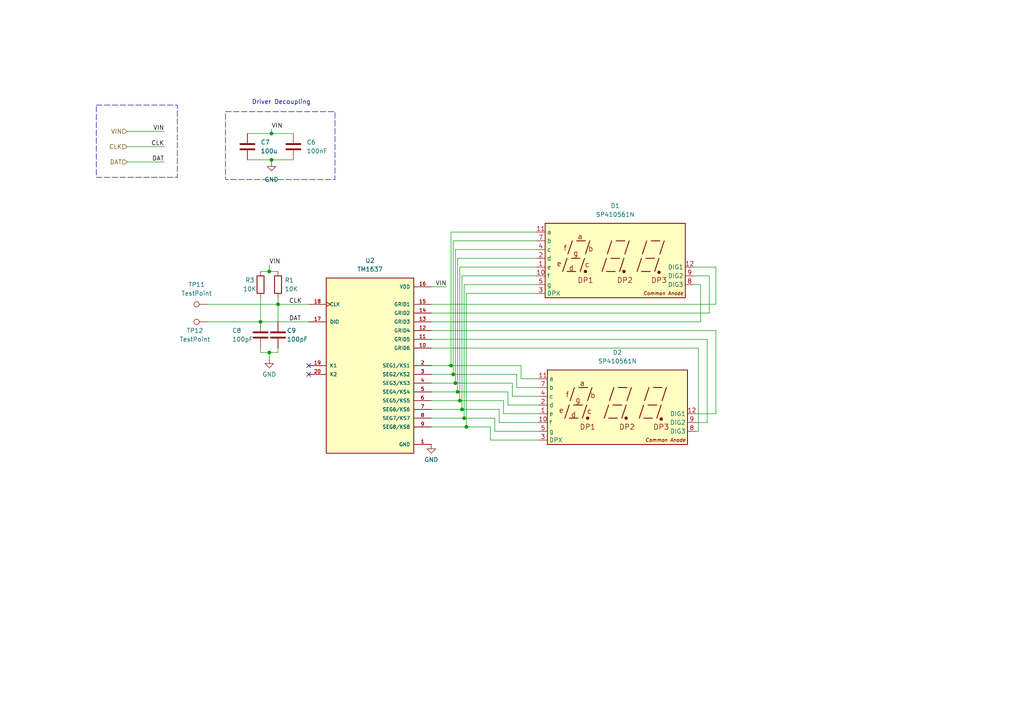
<source format=kicad_sch>
(kicad_sch (version 20230121) (generator eeschema)
  (paper "A4")
  (lib_symbols
    (symbol "Connector:TestPoint" (pin_numbers hide) (pin_names (offset 0.762) hide)
      (property "Reference" "TP" (at 0 6.858 0))
      (property "Value" "TestPoint" (at 0 5.08 0))
      (symbol "TestPoint_0_1"
        (circle (center 0 3.302) (radius 0.762))
      )
      (symbol "TestPoint_1_1"
        (pin passive line (at 0 0 90) (length 2.54) (name "1") (number "1"))
      )
    )
    (symbol "Device:C" (pin_numbers hide) (pin_names (offset 0.254))
      (property "Reference" "C" (at 0.635 2.54 0))
      (property "Value" "C" (at 0.635 -2.54 0))
      (symbol "C_0_1"
        (polyline (pts (xy -2.032 -0.762) (xy 2.032 -0.762)) (stroke (width 0.508)))
        (polyline (pts (xy -2.032 0.762) (xy 2.032 0.762)) (stroke (width 0.508)))
      )
      (symbol "C_1_1"
        (pin passive line (at 0 3.81 270) (length 2.794) (name "~") (number "1"))
        (pin passive line (at 0 -3.81 90) (length 2.794) (name "~") (number "2"))
      )
    )
    (symbol "Device:R" (pin_numbers hide) (pin_names (offset 0))
      (property "Reference" "R" (at 2.032 0 90))
      (property "Value" "R" (at 0 0 90))
      (symbol "R_0_1"
        (rectangle (start -1.016 -2.54) (end 1.016 2.54) (stroke (width 0.254)))
      )
      (symbol "R_1_1"
        (pin passive line (at 0 3.81 270) (length 1.27) (name "~") (number "1"))
        (pin passive line (at 0 -3.81 90) (length 1.27) (name "~") (number "2"))
      )
    )
    (symbol "TM1637:TM1637" (pin_names (offset 1.016))
      (property "Reference" "U" (at -12.7 27.94 0))
      (property "Value" "TM1637" (at -12.7 -30.48 0))
      (symbol "TM1637_0_0"
        (rectangle (start -12.7 -25.4) (end 12.7 25.4) (stroke (width 0.254)) (fill (type background)))
        (pin power_in line (at 17.78 -22.86 180) (length 5.08) (name "GND") (number "1"))
        (pin output line (at 17.78 5.08 180) (length 5.08) (name "GRID6") (number "10"))
        (pin output line (at 17.78 7.62 180) (length 5.08) (name "GRID5") (number "11"))
        (pin output line (at 17.78 10.16 180) (length 5.08) (name "GRID4") (number "12"))
        (pin output line (at 17.78 12.7 180) (length 5.08) (name "GRID3") (number "13"))
        (pin output line (at 17.78 15.24 180) (length 5.08) (name "GRID2") (number "14"))
        (pin output line (at 17.78 17.78 180) (length 5.08) (name "GRID1") (number "15"))
        (pin power_in line (at 17.78 22.86 180) (length 5.08) (name "VDD") (number "16"))
        (pin bidirectional line (at -17.78 12.7 0) (length 5.08) (name "DIO") (number "17"))
        (pin input clock (at -17.78 17.78 0) (length 5.08) (name "CLK") (number "18"))
        (pin input line (at -17.78 0 0) (length 5.08) (name "K1") (number "19"))
        (pin output line (at 17.78 0 180) (length 5.08) (name "SEG1/KS1") (number "2"))
        (pin input line (at -17.78 -2.54 0) (length 5.08) (name "K2") (number "20"))
        (pin output line (at 17.78 -2.54 180) (length 5.08) (name "SEG2/KS2") (number "3"))
        (pin output line (at 17.78 -5.08 180) (length 5.08) (name "SEG3/KS3") (number "4"))
        (pin output line (at 17.78 -7.62 180) (length 5.08) (name "SEG4/KS4") (number "5"))
        (pin output line (at 17.78 -10.16 180) (length 5.08) (name "SEG5/KS5") (number "6"))
        (pin output line (at 17.78 -12.7 180) (length 5.08) (name "SEG6/KS6") (number "7"))
        (pin output line (at 17.78 -15.24 180) (length 5.08) (name "SEG7/KS7") (number "8"))
        (pin output line (at 17.78 -17.78 180) (length 5.08) (name "SEG8/KS8") (number "9"))
      )
    )
    (symbol "User_Segments2TheAbsurd:ARK_7-seg_3D_56in_CA_SP410561N"
      (property "Reference" "D" (at 0 0 0))
      (property "Value" "SP410561N" (at 0 0 0))
      (symbol "ARK_7-seg_3D_56in_CA_SP410561N_0_0"
        (rectangle (start 0 -3.81) (end 40.64 -25.4) (stroke (width 0.254)) (fill (type background)))
        (polyline (pts (xy 5.08 -17.78) (xy 6.35 -13.97)) (stroke (width 0.254)))
        (polyline (pts (xy 6.35 -17.78) (xy 8.89 -17.78)) (stroke (width 0.254)))
        (polyline (pts (xy 6.604 -12.7) (xy 7.874 -8.89)) (stroke (width 0.254)))
        (polyline (pts (xy 7.62 -13.97) (xy 10.16 -13.97)) (stroke (width 0.254)))
        (polyline (pts (xy 9.144 -8.89) (xy 11.684 -8.89)) (stroke (width 0.254)))
        (polyline (pts (xy 10.16 -17.78) (xy 11.43 -13.97)) (stroke (width 0.254)))
        (polyline (pts (xy 11.684 -12.7) (xy 12.954 -8.89)) (stroke (width 0.254)))
        (polyline (pts (xy 16.51 -17.78) (xy 17.78 -13.97)) (stroke (width 0.254)))
        (polyline (pts (xy 17.78 -17.78) (xy 20.32 -17.78)) (stroke (width 0.254)))
        (polyline (pts (xy 18.034 -12.7) (xy 19.304 -8.89)) (stroke (width 0.254)))
        (polyline (pts (xy 19.05 -13.97) (xy 21.59 -13.97)) (stroke (width 0.254)))
        (polyline (pts (xy 20.574 -8.89) (xy 23.114 -8.89)) (stroke (width 0.254)))
        (polyline (pts (xy 21.59 -17.78) (xy 22.86 -13.97)) (stroke (width 0.254)))
        (polyline (pts (xy 23.114 -12.7) (xy 24.384 -8.89)) (stroke (width 0.254)))
        (polyline (pts (xy 26.67 -17.78) (xy 27.94 -13.97)) (stroke (width 0.254)))
        (polyline (pts (xy 27.94 -17.78) (xy 30.48 -17.78)) (stroke (width 0.254)))
        (polyline (pts (xy 28.194 -12.7) (xy 29.464 -8.89)) (stroke (width 0.254)))
        (polyline (pts (xy 29.21 -13.97) (xy 31.75 -13.97)) (stroke (width 0.254)))
        (polyline (pts (xy 30.734 -8.89) (xy 33.274 -8.89)) (stroke (width 0.254)))
        (polyline (pts (xy 31.75 -17.78) (xy 33.02 -13.97)) (stroke (width 0.254)))
        (polyline (pts (xy 33.274 -12.7) (xy 34.544 -8.89)) (stroke (width 0.254)))
        (text "a" (at 10.16 -7.62 0) (effects (font (size 1.524 1.524))))
        (text "b" (at 13.208 -11.176 0) (effects (font (size 1.524 1.524))))
        (text "c" (at 12.192 -15.748 0) (effects (font (size 1.524 1.524))))
        (text "d" (at 7.62 -16.764 0) (effects (font (size 1.524 1.524))))
        (text "DP1" (at 11.684 -20.32 0) (effects (font (size 1.524 1.524))))
        (text "DP2" (at 23.114 -20.32 0) (effects (font (size 1.524 1.524))))
        (text "DP3" (at 33.02 -20.32 0) (effects (font (size 1.524 1.524))))
        (text "e" (at 4.064 -15.494 0) (effects (font (size 1.524 1.524))))
        (text "f" (at 5.842 -10.922 0) (effects (font (size 1.524 1.524))))
        (text "g" (at 8.89 -12.446 0) (effects (font (size 1.524 1.524))))
      )
      (symbol "ARK_7-seg_3D_56in_CA_SP410561N_0_1"
        (circle (center 11.684 -17.78) (radius 0.3556) (stroke (width 0.254)) (fill (type outline)))
        (circle (center 22.86 -17.78) (radius 0.3556) (stroke (width 0.254)) (fill (type outline)))
      )
      (symbol "ARK_7-seg_3D_56in_CA_SP410561N_1_0"
        (circle (center 33.02 -18.034) (radius 0.3556) (stroke (width 0.254)) (fill (type outline)))
      )
      (symbol "ARK_7-seg_3D_56in_CA_SP410561N_1_1"
        (text "Common Anode" (at 34.29 -24.13 0) (effects (font (size 1 1) italic)))
        (pin input line (at -2.54 -16.51 0) (length 2.54) (name "e") (number "1"))
        (pin input line (at -2.54 -19.05 0) (length 2.54) (name "f") (number "10"))
        (pin input line (at -2.54 -6.35 0) (length 2.54) (name "a") (number "11"))
        (pin input line (at 43.18 -16.51 180) (length 2.54) (name "DIG1") (number "12"))
        (pin input line (at -2.54 -13.97 0) (length 2.54) (name "d") (number "2"))
        (pin input line (at -2.54 -24.13 0) (length 2.54) (name "DPX") (number "3"))
        (pin input line (at -2.54 -11.43 0) (length 2.54) (name "c") (number "4"))
        (pin input line (at -2.54 -21.59 0) (length 2.54) (name "g") (number "5"))
        (pin input line (at -2.54 -8.89 0) (length 2.54) (name "b") (number "7"))
        (pin input line (at 43.18 -21.59 180) (length 2.54) (name "DIG3") (number "8"))
        (pin input line (at 43.18 -19.05 180) (length 2.54) (name "DIG2") (number "9"))
      )
    )
    (symbol "power:GND" (power) (pin_names (offset 0))
      (property "Value" "GND" (at 0 -3.81 0))
      (symbol "GND_0_1"
        (polyline (pts (xy 0 0) (xy 0 -1.27) (xy 1.27 -1.27) (xy 0 -2.54) (xy -1.27 -1.27) (xy 0 -1.27)))
      )
      (symbol "GND_1_1"
        (pin power_in line (at 0 0 270) (length 0) hide (name "GND") (number "1"))
      )
    )
  )
  (junction (at 80.645 88.265))
  (junction (at 132.715 113.665))
  (junction (at 133.35 116.205))
  (junction (at 134.62 121.285))
  (junction (at 133.985 118.745))
  (junction (at 132.08 111.125))
  (junction (at 78.105 78.74))
  (junction (at 131.445 108.585))
  (junction (at 78.74 38.735))
  (junction (at 75.565 93.345))
  (junction (at 78.105 102.235))
  (junction (at 78.74 46.355))
  (junction (at 135.255 123.825))
  (junction (at 130.81 106.045))
  (no_connect (at 89.535 108.585))
  (no_connect (at 89.535 106.045))
  (wire (pts (xy 80.645 88.265) (xy 80.645 93.345)))
  (wire (pts (xy 78.105 76.835) (xy 78.105 78.74)))
  (wire (pts (xy 60.325 93.345) (xy 75.565 93.345)))
  (wire (pts (xy 36.83 42.545) (xy 47.625 42.545)))
  (wire (pts (xy 202.565 100.965) (xy 202.565 125.095)))
  (wire (pts (xy 134.62 82.55) (xy 134.62 121.285)))
  (wire (pts (xy 131.445 108.585) (xy 131.445 69.85)))
  (wire (pts (xy 78.74 46.355) (xy 78.74 46.99)))
  (wire (pts (xy 75.565 93.345) (xy 89.535 93.345)))
  (wire (pts (xy 78.105 102.235) (xy 75.565 102.235)))
  (wire (pts (xy 132.08 111.125) (xy 125.095 111.125)))
  (wire (pts (xy 36.83 46.99) (xy 47.625 46.99)))
  (wire (pts (xy 142.24 123.825) (xy 135.255 123.825)))
  (wire (pts (xy 207.645 77.47) (xy 201.295 77.47)))
  (wire (pts (xy 149.86 112.395) (xy 149.86 108.585)))
  (wire (pts (xy 156.21 117.475) (xy 147.32 117.475)))
  (wire (pts (xy 148.59 114.935) (xy 148.59 111.125)))
  (wire (pts (xy 202.565 125.095) (xy 201.93 125.095)))
  (wire (pts (xy 205.105 122.555) (xy 201.93 122.555)))
  (wire (pts (xy 80.645 88.265) (xy 89.535 88.265)))
  (wire (pts (xy 135.255 123.825) (xy 125.095 123.825)))
  (wire (pts (xy 132.08 72.39) (xy 132.08 111.125)))
  (wire (pts (xy 71.755 38.735) (xy 78.74 38.735)))
  (wire (pts (xy 149.86 108.585) (xy 131.445 108.585)))
  (wire (pts (xy 207.645 120.015) (xy 201.93 120.015)))
  (wire (pts (xy 205.74 80.01) (xy 205.74 90.805)))
  (wire (pts (xy 75.565 86.36) (xy 75.565 93.345)))
  (wire (pts (xy 155.575 80.01) (xy 133.985 80.01)))
  (wire (pts (xy 125.095 118.745) (xy 133.985 118.745)))
  (wire (pts (xy 125.095 98.425) (xy 205.105 98.425)))
  (wire (pts (xy 78.105 102.235) (xy 78.105 104.14)))
  (wire (pts (xy 130.81 106.045) (xy 125.095 106.045)))
  (wire (pts (xy 125.095 90.805) (xy 205.74 90.805)))
  (wire (pts (xy 151.13 106.045) (xy 130.81 106.045)))
  (wire (pts (xy 207.645 88.265) (xy 207.645 77.47)))
  (wire (pts (xy 148.59 111.125) (xy 132.08 111.125)))
  (wire (pts (xy 125.095 113.665) (xy 132.715 113.665)))
  (wire (pts (xy 125.095 100.965) (xy 202.565 100.965)))
  (wire (pts (xy 125.095 108.585) (xy 131.445 108.585)))
  (wire (pts (xy 78.74 38.735) (xy 85.09 38.735)))
  (wire (pts (xy 156.21 114.935) (xy 148.59 114.935)))
  (wire (pts (xy 144.78 122.555) (xy 144.78 118.745)))
  (wire (pts (xy 60.325 88.265) (xy 80.645 88.265)))
  (wire (pts (xy 130.81 67.31) (xy 130.81 106.045)))
  (wire (pts (xy 133.35 116.205) (xy 125.095 116.205)))
  (wire (pts (xy 80.645 86.36) (xy 80.645 88.265)))
  (wire (pts (xy 143.51 125.095) (xy 143.51 121.285)))
  (wire (pts (xy 131.445 69.85) (xy 155.575 69.85)))
  (wire (pts (xy 146.05 116.205) (xy 133.35 116.205)))
  (wire (pts (xy 133.35 77.47) (xy 133.35 116.205)))
  (wire (pts (xy 151.13 109.855) (xy 156.21 109.855)))
  (wire (pts (xy 155.575 72.39) (xy 132.08 72.39)))
  (wire (pts (xy 125.095 88.265) (xy 207.645 88.265)))
  (wire (pts (xy 155.575 67.31) (xy 130.81 67.31)))
  (wire (pts (xy 155.575 85.09) (xy 135.255 85.09)))
  (wire (pts (xy 125.095 121.285) (xy 134.62 121.285)))
  (wire (pts (xy 205.105 98.425) (xy 205.105 122.555)))
  (wire (pts (xy 80.645 102.235) (xy 78.105 102.235)))
  (wire (pts (xy 155.575 74.93) (xy 132.715 74.93)))
  (wire (pts (xy 71.755 46.355) (xy 78.74 46.355)))
  (wire (pts (xy 36.83 38.1) (xy 47.625 38.1)))
  (wire (pts (xy 135.255 85.09) (xy 135.255 123.825)))
  (wire (pts (xy 132.715 113.665) (xy 147.32 113.665)))
  (wire (pts (xy 156.21 127.635) (xy 142.24 127.635)))
  (wire (pts (xy 125.095 95.885) (xy 207.645 95.885)))
  (wire (pts (xy 156.21 120.015) (xy 146.05 120.015)))
  (wire (pts (xy 201.295 80.01) (xy 205.74 80.01)))
  (wire (pts (xy 80.645 102.235) (xy 80.645 100.965)))
  (wire (pts (xy 155.575 82.55) (xy 134.62 82.55)))
  (wire (pts (xy 147.32 117.475) (xy 147.32 113.665)))
  (wire (pts (xy 78.105 78.74) (xy 80.645 78.74)))
  (wire (pts (xy 146.05 120.015) (xy 146.05 116.205)))
  (wire (pts (xy 142.24 127.635) (xy 142.24 123.825)))
  (wire (pts (xy 78.74 37.465) (xy 78.74 38.735)))
  (wire (pts (xy 129.54 83.185) (xy 125.095 83.185)))
  (wire (pts (xy 143.51 121.285) (xy 134.62 121.285)))
  (wire (pts (xy 203.2 82.55) (xy 201.295 82.55)))
  (wire (pts (xy 133.985 80.01) (xy 133.985 118.745)))
  (wire (pts (xy 132.715 74.93) (xy 132.715 113.665)))
  (wire (pts (xy 133.985 118.745) (xy 144.78 118.745)))
  (wire (pts (xy 125.095 93.345) (xy 203.2 93.345)))
  (wire (pts (xy 75.565 78.74) (xy 78.105 78.74)))
  (wire (pts (xy 156.21 122.555) (xy 144.78 122.555)))
  (wire (pts (xy 75.565 102.235) (xy 75.565 100.965)))
  (wire (pts (xy 78.74 46.355) (xy 85.09 46.355)))
  (wire (pts (xy 156.21 112.395) (xy 149.86 112.395)))
  (wire (pts (xy 207.645 95.885) (xy 207.645 120.015)))
  (wire (pts (xy 203.2 93.345) (xy 203.2 82.55)))
  (wire (pts (xy 156.21 125.095) (xy 143.51 125.095)))
  (wire (pts (xy 155.575 77.47) (xy 133.35 77.47)))
  (wire (pts (xy 151.13 109.855) (xy 151.13 106.045)))
  (rectangle (start 27.94 30.48) (end 51.435 51.435) (stroke (width 0) (type dash)))
  (rectangle (start 65.405 32.385) (end 97.155 52.07) (stroke (width 0) (type dash)))
  (text "Driver Decoupling" (at 73.025 30.48 0) (effects (font (size 1.27 1.27)) (justify left bottom)))
  (label "CLK" (at 83.82 88.265 0))
  (label "VIN" (at 78.74 37.465 0))
  (label "VIN" (at 129.54 83.185 180))
  (label "VIN" (at 78.105 76.835 0))
  (label "DAT" (at 47.625 46.99 180))
  (label "DAT" (at 83.82 93.345 0))
  (label "CLK" (at 47.625 42.545 180))
  (label "VIN" (at 47.625 38.1 180))
  (hierarchical_label "CLK" (shape input) (at 36.83 42.545 180))
  (hierarchical_label "VIN" (shape input) (at 36.83 38.1 180))
  (hierarchical_label "DAT" (shape input) (at 36.83 46.99 180))
  (symbol (lib_id "Device:C") (at 71.755 42.545 0) (unit 1)
    (property "Reference" "C7" (at 75.565 41.275 0) (effects (justify left)))
    (property "Value" "100u" (at 75.565 43.815 0) (effects (justify left)))
    (property "Footprint" "Capacitor_SMD:C_0805_2012Metric" (effects hide))
    (instances (project "segments-2-the-absurd" (path "" (reference "C7") (unit 1)) (path "" (reference "C16") (unit 1)) (path "" (reference "C32") (unit 1)) (path "" (reference "C6") (unit 1)) (path "" (reference "C10") (unit 1)) (path "" (reference "C14") (unit 1)) (path "" (reference "C22") (unit 1)) (path "" (reference "C38") (unit 1)) (path "" (reference "C42") (unit 1))))
  )
  (symbol (lib_id "Device:C") (at 85.09 42.545 0) (unit 1)
    (property "Reference" "C6" (at 88.9 41.275 0) (effects (justify left)))
    (property "Value" "100nF" (at 88.9 43.815 0) (effects (justify left)))
    (property "Footprint" "Capacitor_SMD:C_0805_2012Metric" (effects hide))
    (instances (project "segments-2-the-absurd" (path "" (reference "C6") (unit 1)) (path "" (reference "C17") (unit 1)) (path "" (reference "C33") (unit 1)) (path "" (reference "C7") (unit 1)) (path "" (reference "C11") (unit 1)) (path "" (reference "C15") (unit 1)) (path "" (reference "C23") (unit 1)) (path "" (reference "C39") (unit 1)) (path "" (reference "C43") (unit 1))))
  )
  (symbol (lib_id "User_Segments2TheAbsurd:ARK_7-seg_3D_56in_CA_SP410561N") (at 158.115 60.96 0) (unit 1)
    (property "Reference" "D1" (at 178.435 59.69 0))
    (property "Value" "SP410561N" (at 178.435 62.23 0))
    (property "Footprint" "01-User-Footprints:7-Seg-3D_CA_ARKLED_SP410561N" (effects hide))
    (property "Datasheet" "https://datasheet.lcsc.com/lcsc/1809291614_ARKLED-Wuxi-ARK-Tech-Elec-SP410561N_C98924.pdf" (effects hide))
    (property "JLCPN" "C98924" (effects hide))
    (property "JLCPrice" ".4531" (effects hide))
    (property "JLCUrl" "https://www.lcsc.com/product-detail/LED-Segment-Displays_ARKLED-Wuxi-ARK-Tech-Elec-SP410561N_C98924.html" (effects hide))
    (property "MfgPN" "SP410561N" (effects hide))
    (property "DOUBLE_CHECK" "x" (effects hide))
    (instances (project "segments-2-the-absurd" (path "" (reference "D1") (unit 1)) (path "" (reference "D7") (unit 1)) (path "" (reference "D11") (unit 1)) (path "" (reference "D1") (unit 1)) (path "" (reference "D3") (unit 1)) (path "" (reference "D5") (unit 1)) (path "" (reference "D9") (unit 1)) (path "" (reference "D13") (unit 1)) (path "" (reference "D15") (unit 1))))
  )
  (symbol (lib_id "power:GND") (at 78.105 104.14 0) (unit 1)
    (property "Reference" "#PWR015" (effects hide))
    (property "Value" "GND" (at 78.105 108.585 0))
    (instances (project "segments-2-the-absurd" (path "" (reference "#PWR015") (unit 1)) (path "" (reference "#PWR029") (unit 1)) (path "" (reference "#PWR057") (unit 1)) (path "" (reference "#PWR014") (unit 1)) (path "" (reference "#PWR020") (unit 1)) (path "" (reference "#PWR032") (unit 1)) (path "" (reference "#PWR035") (unit 1)) (path "" (reference "#PWR039") (unit 1)) (path "" (reference "#PWR047") (unit 1))))
  )
  (symbol (lib_id "TM1637:TM1637") (at 107.315 106.045 0) (unit 1)
    (property "Reference" "U2" (at 107.315 75.565 0))
    (property "Value" "TM1637" (at 107.315 78.105 0))
    (property "Footprint" "01-User-Footprints:TM_TM1637(TA2007)_SOC20" (effects hide))
    (property "Description" "\nLED Drive Control Special Circuit\n" (effects hide))
    (property "JLCPN" "C5337160" (effects hide))
    (property "JLCUrl" "https://www.lcsc.com/product-detail/LED-Display-Drivers_TM-Shenzhen-Titan-Micro-Elec-TM1637-TA2007_C5337160.html" (effects hide))
    (property "MfgPN" "TM1637(TA2007)" (effects hide))
    (property "DOUBLE_CHECK" "x" (effects hide))
    (instances (project "segments-2-the-absurd" (path "" (reference "U2") (unit 1)) (path "" (reference "U5") (unit 1)) (path "" (reference "U11") (unit 1)) (path "" (reference "U2") (unit 1)) (path "" (reference "U3") (unit 1)) (path "" (reference "U4") (unit 1)) (path "" (reference "U6") (unit 1)) (path "" (reference "U12") (unit 1)) (path "" (reference "U13") (unit 1))))
  )
  (symbol (lib_id "User_Segments2TheAbsurd:ARK_7-seg_3D_56in_CA_SP410561N") (at 158.75 103.505 0) (unit 1)
    (property "Reference" "D2" (at 179.07 102.235 0))
    (property "Value" "SP410561N" (at 179.07 104.775 0))
    (property "Footprint" "01-User-Footprints:7-Seg-3D_CA_ARKLED_SP410561N" (effects hide))
    (property "Datasheet" "https://datasheet.lcsc.com/lcsc/1809291614_ARKLED-Wuxi-ARK-Tech-Elec-SP410561N_C98924.pdf" (effects hide))
    (property "JLCPN" "C98924" (effects hide))
    (property "JLCPrice" ".4531" (effects hide))
    (property "JLCUrl" "https://www.lcsc.com/product-detail/LED-Segment-Displays_ARKLED-Wuxi-ARK-Tech-Elec-SP410561N_C98924.html" (effects hide))
    (property "MfgPN" "SP410561N" (effects hide))
    (property "DOUBLE_CHECK" "x" (effects hide))
    (instances (project "segments-2-the-absurd" (path "" (reference "D2") (unit 1)) (path "" (reference "D8") (unit 1)) (path "" (reference "D12") (unit 1)) (path "" (reference "D2") (unit 1)) (path "" (reference "D4") (unit 1)) (path "" (reference "D6") (unit 1)) (path "" (reference "D10") (unit 1)) (path "" (reference "D14") (unit 1)) (path "" (reference "D16") (unit 1))))
  )
  (symbol (lib_id "Device:C") (at 80.645 97.155 0) (unit 1)
    (property "Reference" "C9" (at 83.185 95.885 0) (effects (justify left)))
    (property "Value" "100pF" (at 83.185 98.425 0) (effects (justify left)))
    (property "Footprint" "Capacitor_SMD:C_0805_2012Metric" (effects hide))
    (instances (project "segments-2-the-absurd" (path "" (reference "C9") (unit 1)) (path "" (reference "C19") (unit 1)) (path "" (reference "C35") (unit 1)) (path "" (reference "C9") (unit 1)) (path "" (reference "C13") (unit 1)) (path "" (reference "C21") (unit 1)) (path "" (reference "C37") (unit 1)) (path "" (reference "C41") (unit 1)) (path "" (reference "C45") (unit 1))))
  )
  (symbol (lib_id "Device:R") (at 80.645 82.55 0) (unit 1)
    (property "Reference" "R1" (at 82.55 81.28 0) (effects (justify left)))
    (property "Value" "10K" (at 82.55 83.82 0) (effects (justify left)))
    (property "Footprint" "Resistor_SMD:R_0805_2012Metric" (effects hide))
    (instances (project "segments-2-the-absurd" (path "" (reference "R1") (unit 1)) (path "" (reference "R12") (unit 1)) (path "" (reference "R18") (unit 1)) (path "" (reference "R6") (unit 1)) (path "" (reference "R8") (unit 1)) (path "" (reference "R10") (unit 1)) (path "" (reference "R14") (unit 1)) (path "" (reference "R20") (unit 1)) (path "" (reference "R22") (unit 1))))
  )
  (symbol (lib_id "Connector:TestPoint") (at 60.325 93.345 90) (unit 1)
    (property "Reference" "TP12" (at 56.515 95.885 90))
    (property "Value" "TestPoint" (at 56.515 98.425 90))
    (instances (project "segments-2-the-absurd" (path "" (reference "TP12") (unit 1)) (path "" (reference "TP28") (unit 1)) (path "" (reference "TP6") (unit 1)) (path "" (reference "TP8") (unit 1)) (path "" (reference "TP10") (unit 1)) (path "" (reference "TP14") (unit 1)) (path "" (reference "TP30") (unit 1)) (path "" (reference "TP32") (unit 1))))
  )
  (symbol (lib_id "power:GND") (at 78.74 46.99 0) (unit 1)
    (property "Reference" "#PWR015" (effects hide))
    (property "Value" "GND" (at 78.74 52.07 0))
    (instances (project "segments-2-the-absurd" (path "" (reference "#PWR015") (unit 1)) (path "" (reference "#PWR026") (unit 1)) (path "" (reference "#PWR054") (unit 1)) (path "" (reference "#PWR09") (unit 1)) (path "" (reference "#PWR018") (unit 1)) (path "" (reference "#PWR024") (unit 1)) (path "" (reference "#PWR034") (unit 1)) (path "" (reference "#PWR037") (unit 1)) (path "" (reference "#PWR045") (unit 1))))
  )
  (symbol (lib_id "Device:R") (at 75.565 82.55 0) (unit 1)
    (property "Reference" "R3" (at 71.12 81.28 0) (effects (justify left)))
    (property "Value" "10K" (at 70.485 83.82 0) (effects (justify left)))
    (property "Footprint" "Resistor_SMD:R_0805_2012Metric" (effects hide))
    (instances (project "segments-2-the-absurd" (path "" (reference "R3") (unit 1)) (path "" (reference "R11") (unit 1)) (path "" (reference "R17") (unit 1)) (path "" (reference "R5") (unit 1)) (path "" (reference "R7") (unit 1)) (path "" (reference "R9") (unit 1)) (path "" (reference "R13") (unit 1)) (path "" (reference "R19") (unit 1)) (path "" (reference "R21") (unit 1))))
  )
  (symbol (lib_id "Device:C") (at 75.565 97.155 0) (unit 1)
    (property "Reference" "C8" (at 67.31 95.885 0) (effects (justify left)))
    (property "Value" "100pF" (at 67.31 98.425 0) (effects (justify left)))
    (property "Footprint" "Capacitor_SMD:C_0805_2012Metric" (effects hide))
    (instances (project "segments-2-the-absurd" (path "" (reference "C8") (unit 1)) (path "" (reference "C18") (unit 1)) (path "" (reference "C34") (unit 1)) (path "" (reference "C8") (unit 1)) (path "" (reference "C12") (unit 1)) (path "" (reference "C20") (unit 1)) (path "" (reference "C36") (unit 1)) (path "" (reference "C40") (unit 1)) (path "" (reference "C44") (unit 1))))
  )
  (symbol (lib_id "Connector:TestPoint") (at 60.325 88.265 90) (unit 1)
    (property "Reference" "TP11" (at 57.023 82.55 90))
    (property "Value" "TestPoint" (at 57.023 85.09 90))
    (instances (project "segments-2-the-absurd" (path "" (reference "TP11") (unit 1)) (path "" (reference "TP27") (unit 1)) (path "" (reference "TP5") (unit 1)) (path "" (reference "TP7") (unit 1)) (path "" (reference "TP9") (unit 1)) (path "" (reference "TP13") (unit 1)) (path "" (reference "TP29") (unit 1)) (path "" (reference "TP31") (unit 1))))
  )
  (symbol (lib_id "power:GND") (at 125.095 128.905 0) (unit 1)
    (property "Reference" "#PWR01" (effects hide))
    (property "Value" "GND" (at 125.095 133.35 0))
    (instances (project "segments-2-the-absurd" (path "" (reference "#PWR01") (unit 1)) (path "" (reference "#PWR030") (unit 1)) (path "" (reference "#PWR058") (unit 1)) (path "" (reference "#PWR017") (unit 1)) (path "" (reference "#PWR023") (unit 1)) (path "" (reference "#PWR033") (unit 1)) (path "" (reference "#PWR036") (unit 1)) (path "" (reference "#PWR042") (unit 1)) (path "" (reference "#PWR050") (unit 1))))
  )
)
</source>
